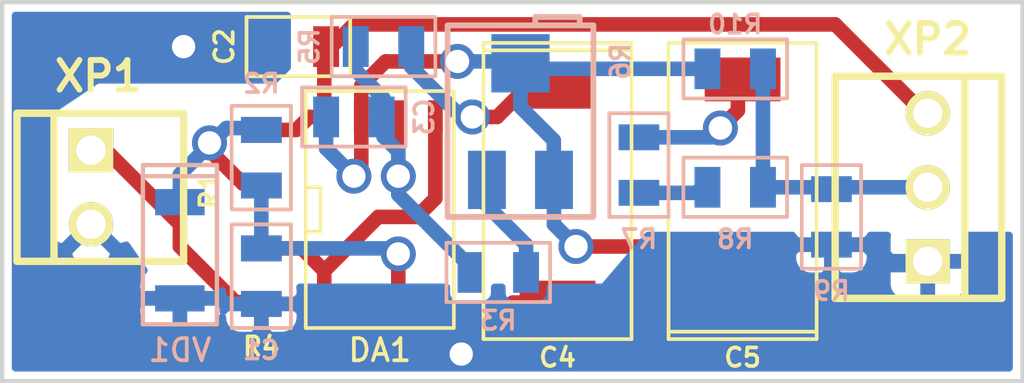
<source format=kicad_pcb>
(kicad_pcb (version 20171130) (host pcbnew 5.1.5-52549c5~84~ubuntu18.04.1)

  (general
    (thickness 1.6)
    (drawings 4)
    (tracks 105)
    (zones 0)
    (modules 19)
    (nets 14)
  )

  (page A3)
  (layers
    (0 F.Cu signal)
    (31 B.Cu signal)
    (32 B.Adhes user)
    (33 F.Adhes user)
    (34 B.Paste user)
    (35 F.Paste user)
    (36 B.SilkS user)
    (37 F.SilkS user)
    (38 B.Mask user)
    (39 F.Mask user)
    (40 Dwgs.User user)
    (41 Cmts.User user)
    (42 Eco1.User user)
    (43 Eco2.User user)
    (44 Edge.Cuts user)
  )

  (setup
    (last_trace_width 0.254)
    (user_trace_width 0.25)
    (user_trace_width 0.5)
    (trace_clearance 0.254)
    (zone_clearance 0.254)
    (zone_45_only no)
    (trace_min 0.254)
    (via_size 0.889)
    (via_drill 0.635)
    (via_min_size 0.889)
    (via_min_drill 0.508)
    (user_via 1.2 0.8)
    (uvia_size 0.508)
    (uvia_drill 0.127)
    (uvias_allowed no)
    (uvia_min_size 0.508)
    (uvia_min_drill 0.127)
    (edge_width 0.15)
    (segment_width 0.2)
    (pcb_text_width 0.3)
    (pcb_text_size 1.5 1.5)
    (mod_edge_width 0.15)
    (mod_text_size 1.5 1.5)
    (mod_text_width 0.15)
    (pad_size 1.524 1.524)
    (pad_drill 1)
    (pad_to_mask_clearance 0.2)
    (aux_axis_origin 0 0)
    (visible_elements 7FFFFFFF)
    (pcbplotparams
      (layerselection 0x010f0_ffffffff)
      (usegerberextensions true)
      (usegerberattributes false)
      (usegerberadvancedattributes false)
      (creategerberjobfile false)
      (excludeedgelayer true)
      (linewidth 0.150000)
      (plotframeref false)
      (viasonmask false)
      (mode 1)
      (useauxorigin false)
      (hpglpennumber 1)
      (hpglpenspeed 20)
      (hpglpendiameter 15.000000)
      (psnegative false)
      (psa4output false)
      (plotreference true)
      (plotvalue true)
      (plotinvisibletext false)
      (padsonsilk false)
      (subtractmaskfromsilk false)
      (outputformat 1)
      (mirror false)
      (drillshape 0)
      (scaleselection 1)
      (outputdirectory "../../../../Документы/GERBER_mc_amplifier/"))
  )

  (net 0 "")
  (net 1 /GND)
  (net 2 "Net-(C1-Pad1)")
  (net 3 /+9V)
  (net 4 "Net-(C3-Pad1)")
  (net 5 "Net-(C3-Pad2)")
  (net 6 "Net-(C4-Pad1)")
  (net 7 "Net-(C5-Pad2)")
  (net 8 "Net-(DA1-Pad1)")
  (net 9 "Net-(DA1-Pad2)")
  (net 10 "Net-(R1-Pad1)")
  (net 11 "Net-(R3-Pad2)")
  (net 12 "Net-(R7-Pad2)")
  (net 13 "Net-(R10-Pad2)")

  (net_class Default "This is the default net class."
    (clearance 0.254)
    (trace_width 0.254)
    (via_dia 0.889)
    (via_drill 0.635)
    (uvia_dia 0.508)
    (uvia_drill 0.127)
    (add_net /+9V)
    (add_net /GND)
    (add_net "Net-(C1-Pad1)")
    (add_net "Net-(C3-Pad1)")
    (add_net "Net-(C3-Pad2)")
    (add_net "Net-(C4-Pad1)")
    (add_net "Net-(C5-Pad2)")
    (add_net "Net-(DA1-Pad1)")
    (add_net "Net-(DA1-Pad2)")
    (add_net "Net-(R1-Pad1)")
    (add_net "Net-(R10-Pad2)")
    (add_net "Net-(R3-Pad2)")
    (add_net "Net-(R7-Pad2)")
  )

  (module IWsmd_case:BOURNS_3224J (layer B.Cu) (tedit 5DDBC852) (tstamp 5DDBE1A9)
    (at 189.23 122.936)
    (path /5DDBDEAB)
    (attr smd)
    (fp_text reference R6 (at 3.429 -4.064 90) (layer B.SilkS)
      (effects (font (size 0.635 0.635) (thickness 0.127)) (justify mirror))
    )
    (fp_text value "50 к" (at 0 3.048) (layer B.SilkS) hide
      (effects (font (size 0.635 0.635) (thickness 0.127)) (justify mirror))
    )
    (fp_line (start 0.508 -5.588) (end 2.032 -5.588) (layer B.SilkS) (width 0.2))
    (fp_line (start 0.508 -5.334) (end 0.508 -5.588) (layer B.SilkS) (width 0.2))
    (fp_line (start 2.032 -5.588) (end 2.032 -5.334) (layer B.SilkS) (width 0.2))
    (fp_line (start 2.5 -5.3) (end 2.5 1.27) (layer B.SilkS) (width 0.2))
    (fp_line (start -2.5 -5.3) (end 2.5 -5.3) (layer B.SilkS) (width 0.2))
    (fp_line (start -2.5 1.27) (end -2.5 -5.3) (layer B.SilkS) (width 0.2))
    (fp_line (start -2.5 1.27) (end 2.5 1.27) (layer B.SilkS) (width 0.2))
    (pad 1 smd rect (at -1.15 0) (size 1.3 2) (layers B.Cu B.Paste B.Mask)
      (net 11 "Net-(R3-Pad2)"))
    (pad 3 smd rect (at 1.15 0) (size 1.3 2) (layers B.Cu B.Paste B.Mask)
      (net 4 "Net-(C3-Pad1)"))
    (pad 2 smd rect (at 0 -4) (size 2 2) (layers B.Cu B.Paste B.Mask)
      (net 4 "Net-(C3-Pad1)"))
    (model smd/dpack_2.wrl
      (at (xyz 0 0 0))
      (scale (xyz 1 1 1))
      (rotate (xyz 0 0 0))
    )
  )

  (module IWsmd_case:SMD0805 (layer B.Cu) (tedit 4D1B3978) (tstamp 5DDBE957)
    (at 184.531 118.364)
    (path /53E882C6)
    (attr smd)
    (fp_text reference R5 (at -2.54 0 -90) (layer B.SilkS)
      (effects (font (size 0.635 0.635) (thickness 0.127)) (justify mirror))
    )
    (fp_text value "5.1 к 1%" (at 0.254 -1.524) (layer B.SilkS) hide
      (effects (font (size 0.635 0.635) (thickness 0.127)) (justify mirror))
    )
    (fp_line (start 1.778 -1.016) (end 1.778 1.016) (layer B.SilkS) (width 0.127))
    (fp_line (start -1.778 -1.016) (end 1.778 -1.016) (layer B.SilkS) (width 0.127))
    (fp_line (start -1.778 1.016) (end -1.778 -1.016) (layer B.SilkS) (width 0.127))
    (fp_line (start -1.778 1.016) (end 1.778 1.016) (layer B.SilkS) (width 0.127))
    (pad 1 smd rect (at -0.9525 0) (size 0.889 1.397) (layers B.Cu B.Paste B.Mask)
      (net 5 "Net-(C3-Pad2)"))
    (pad 2 smd rect (at 0.9525 0) (size 0.889 1.397) (layers B.Cu B.Paste B.Mask)
      (net 6 "Net-(C4-Pad1)"))
    (model smd/chip_cms.wrl
      (at (xyz 0 0 0))
      (scale (xyz 0.1 0.1 0.1))
      (rotate (xyz 0 0 0))
    )
  )

  (module IWsmd_case:SMD0805 (layer F.Cu) (tedit 4D1B3978) (tstamp 5DDBE6D2)
    (at 180.34 126.238 90)
    (path /53E8828B)
    (attr smd)
    (fp_text reference R4 (at -2.413 0 180) (layer F.SilkS)
      (effects (font (size 0.635 0.635) (thickness 0.127)))
    )
    (fp_text value "5.1 к" (at 0.254 1.524 90) (layer F.SilkS) hide
      (effects (font (size 0.635 0.635) (thickness 0.127)))
    )
    (fp_line (start -1.778 -1.016) (end 1.778 -1.016) (layer F.SilkS) (width 0.127))
    (fp_line (start -1.778 -1.016) (end -1.778 1.016) (layer F.SilkS) (width 0.127))
    (fp_line (start -1.778 1.016) (end 1.778 1.016) (layer F.SilkS) (width 0.127))
    (fp_line (start 1.778 1.016) (end 1.778 -1.016) (layer F.SilkS) (width 0.127))
    (pad 2 smd rect (at 0.9525 0 90) (size 0.889 1.397) (layers F.Cu F.Paste F.Mask)
      (net 8 "Net-(DA1-Pad1)"))
    (pad 1 smd rect (at -0.9525 0 90) (size 0.889 1.397) (layers F.Cu F.Paste F.Mask)
      (net 9 "Net-(DA1-Pad2)"))
    (model smd/chip_cms.wrl
      (at (xyz 0 0 0))
      (scale (xyz 0.1 0.1 0.1))
      (rotate (xyz 0 0 0))
    )
  )

  (module IWsmd_case:SMD0805 (layer B.Cu) (tedit 4D1B3978) (tstamp 5DDBE1F9)
    (at 180.34 122.174 270)
    (path /53E881E6)
    (attr smd)
    (fp_text reference R2 (at -2.54 0 180) (layer B.SilkS)
      (effects (font (size 0.635 0.635) (thickness 0.127)) (justify mirror))
    )
    (fp_text value "5.1 к" (at 0.254 -1.524 90) (layer B.SilkS) hide
      (effects (font (size 0.635 0.635) (thickness 0.127)) (justify mirror))
    )
    (fp_line (start -1.778 1.016) (end 1.778 1.016) (layer B.SilkS) (width 0.127))
    (fp_line (start -1.778 1.016) (end -1.778 -1.016) (layer B.SilkS) (width 0.127))
    (fp_line (start -1.778 -1.016) (end 1.778 -1.016) (layer B.SilkS) (width 0.127))
    (fp_line (start 1.778 -1.016) (end 1.778 1.016) (layer B.SilkS) (width 0.127))
    (pad 2 smd rect (at 0.9525 0 270) (size 0.889 1.397) (layers B.Cu B.Paste B.Mask)
      (net 2 "Net-(C1-Pad1)"))
    (pad 1 smd rect (at -0.9525 0 270) (size 0.889 1.397) (layers B.Cu B.Paste B.Mask)
      (net 10 "Net-(R1-Pad1)"))
    (model smd/chip_cms.wrl
      (at (xyz 0 0 0))
      (scale (xyz 0.1 0.1 0.1))
      (rotate (xyz 0 0 0))
    )
  )

  (module IWsmd_case:SMD0805 (layer F.Cu) (tedit 4D1B3978) (tstamp 5DDBE023)
    (at 180.34 122.174 90)
    (path /53E881A6)
    (attr smd)
    (fp_text reference R1 (at -1.143 -1.778 270) (layer F.SilkS)
      (effects (font (size 0.635 0.635) (thickness 0.127)))
    )
    (fp_text value "1 к" (at 0.254 1.524 90) (layer F.SilkS) hide
      (effects (font (size 0.635 0.635) (thickness 0.127)))
    )
    (fp_line (start -1.778 -1.016) (end 1.778 -1.016) (layer F.SilkS) (width 0.127))
    (fp_line (start -1.778 -1.016) (end -1.778 1.016) (layer F.SilkS) (width 0.127))
    (fp_line (start -1.778 1.016) (end 1.778 1.016) (layer F.SilkS) (width 0.127))
    (fp_line (start 1.778 1.016) (end 1.778 -1.016) (layer F.SilkS) (width 0.127))
    (pad 2 smd rect (at 0.9525 0 90) (size 0.889 1.397) (layers F.Cu F.Paste F.Mask)
      (net 3 /+9V))
    (pad 1 smd rect (at -0.9525 0 90) (size 0.889 1.397) (layers F.Cu F.Paste F.Mask)
      (net 10 "Net-(R1-Pad1)"))
    (model smd/chip_cms.wrl
      (at (xyz 0 0 0))
      (scale (xyz 0.1 0.1 0.1))
      (rotate (xyz 0 0 0))
    )
  )

  (module IWsmd_case:SMD0805 (layer B.Cu) (tedit 4D1B3978) (tstamp 5DDBE619)
    (at 180.34 126.238 270)
    (path /53E883FF)
    (attr smd)
    (fp_text reference C1 (at 2.54 0 180) (layer B.SilkS)
      (effects (font (size 0.635 0.635) (thickness 0.127)) (justify mirror))
    )
    (fp_text value "0.1 мк" (at 0.254 -1.524 90) (layer B.SilkS) hide
      (effects (font (size 0.635 0.635) (thickness 0.127)) (justify mirror))
    )
    (fp_line (start -1.778 1.016) (end 1.778 1.016) (layer B.SilkS) (width 0.127))
    (fp_line (start -1.778 1.016) (end -1.778 -1.016) (layer B.SilkS) (width 0.127))
    (fp_line (start -1.778 -1.016) (end 1.778 -1.016) (layer B.SilkS) (width 0.127))
    (fp_line (start 1.778 -1.016) (end 1.778 1.016) (layer B.SilkS) (width 0.127))
    (pad 2 smd rect (at 0.9525 0 270) (size 0.889 1.397) (layers B.Cu B.Paste B.Mask)
      (net 1 /GND))
    (pad 1 smd rect (at -0.9525 0 270) (size 0.889 1.397) (layers B.Cu B.Paste B.Mask)
      (net 2 "Net-(C1-Pad1)"))
    (model smd/chip_cms.wrl
      (at (xyz 0 0 0))
      (scale (xyz 0.1 0.1 0.1))
      (rotate (xyz 0 0 0))
    )
  )

  (module SMD0805 (layer F.Cu) (tedit 53C7947A) (tstamp 53C7889F)
    (at 181.61 118.364 180)
    (path /53E883D6)
    (attr smd)
    (fp_text reference C2 (at 2.54 0 270) (layer F.SilkS)
      (effects (font (size 0.635 0.635) (thickness 0.127)))
    )
    (fp_text value "0.1 мк" (at 0.254 1.524 180) (layer F.SilkS) hide
      (effects (font (size 0.635 0.635) (thickness 0.127)))
    )
    (fp_line (start 1.778 1.016) (end 1.778 -1.016) (layer F.SilkS) (width 0.127))
    (fp_line (start -1.778 1.016) (end 1.778 1.016) (layer F.SilkS) (width 0.127))
    (fp_line (start -1.778 -1.016) (end -1.778 1.016) (layer F.SilkS) (width 0.127))
    (fp_line (start -1.778 -1.016) (end 1.778 -1.016) (layer F.SilkS) (width 0.127))
    (pad 1 smd rect (at -0.9525 0 180) (size 0.889 1.397) (layers F.Cu F.Paste F.Mask)
      (net 3 /+9V))
    (pad 2 smd rect (at 0.9525 0 180) (size 0.889 1.397) (layers F.Cu F.Paste F.Mask)
      (net 1 /GND))
    (model smd/chip_cms.wrl
      (at (xyz 0 0 0))
      (scale (xyz 0.1 0.1 0.1))
      (rotate (xyz 0 0 0))
    )
  )

  (module SOIC8 (layer F.Cu) (tedit 53C78C08) (tstamp 5DDBDD81)
    (at 184.404 123.952)
    (descr "Module CMS SOJ 8 pins large")
    (tags "CMS SOJ")
    (path /53E8845F)
    (attr smd)
    (fp_text reference DA1 (at 0 4.826) (layer F.SilkS)
      (effects (font (size 0.762 0.762) (thickness 0.127)))
    )
    (fp_text value NE5532AD (at -3.429 0 90) (layer F.SilkS) hide
      (effects (font (size 1.016 1.016) (thickness 0.127)))
    )
    (fp_line (start -2.032 -0.762) (end -2.032 0.762) (layer F.SilkS) (width 0.127))
    (fp_line (start -2.54 4.064) (end -2.54 -4.064) (layer F.SilkS) (width 0.127))
    (fp_line (start 2.54 4.064) (end 2.54 -4.064) (layer F.SilkS) (width 0.127))
    (fp_line (start -2.54 -4.064) (end 2.54 -4.064) (layer F.SilkS) (width 0.127))
    (fp_line (start 2.54 4.064) (end -2.54 4.064) (layer F.SilkS) (width 0.127))
    (fp_line (start -2.54 -0.762) (end -2.032 -0.762) (layer F.SilkS) (width 0.127))
    (fp_line (start -2.032 0.762) (end -2.54 0.762) (layer F.SilkS) (width 0.127))
    (pad 8 smd rect (at -1.905 -3.175) (size 0.508 1.143) (layers F.Cu F.Paste F.Mask)
      (net 3 /+9V))
    (pad 7 smd rect (at -0.635 -3.175) (size 0.508 1.143) (layers F.Cu F.Paste F.Mask)
      (net 4 "Net-(C3-Pad1)"))
    (pad 6 smd rect (at 0.635 -3.175) (size 0.508 1.143) (layers F.Cu F.Paste F.Mask)
      (net 5 "Net-(C3-Pad2)"))
    (pad 5 smd rect (at 1.905 -3.175) (size 0.508 1.143) (layers F.Cu F.Paste F.Mask)
      (net 8 "Net-(DA1-Pad1)"))
    (pad 4 smd rect (at 1.905 3.175) (size 0.508 1.143) (layers F.Cu F.Paste F.Mask)
      (net 1 /GND))
    (pad 3 smd rect (at 0.635 3.175) (size 0.508 1.143) (layers F.Cu F.Paste F.Mask)
      (net 2 "Net-(C1-Pad1)"))
    (pad 2 smd rect (at -0.635 3.175) (size 0.508 1.143) (layers F.Cu F.Paste F.Mask)
      (net 9 "Net-(DA1-Pad2)"))
    (pad 1 smd rect (at -1.905 3.175) (size 0.508 1.143) (layers F.Cu F.Paste F.Mask)
      (net 8 "Net-(DA1-Pad1)"))
    (model smd/cms_so8.wrl
      (at (xyz 0 0 0))
      (scale (xyz 0.5 0.38 0.5))
      (rotate (xyz 0 0 0))
    )
  )

  (module IWsmd_case:SMD0805 (layer B.Cu) (tedit 4D1B3978) (tstamp 5DDBCE33)
    (at 199.898 124.206 270)
    (path /5DE0763D)
    (attr smd)
    (fp_text reference R9 (at 2.54 0 180) (layer B.SilkS)
      (effects (font (size 0.635 0.635) (thickness 0.127)) (justify mirror))
    )
    (fp_text value "10 к 1%" (at 0.254 -1.524 90) (layer B.SilkS) hide
      (effects (font (size 0.635 0.635) (thickness 0.127)) (justify mirror))
    )
    (fp_line (start -1.778 1.016) (end 1.778 1.016) (layer B.SilkS) (width 0.127))
    (fp_line (start -1.778 1.016) (end -1.778 -1.016) (layer B.SilkS) (width 0.127))
    (fp_line (start -1.778 -1.016) (end 1.778 -1.016) (layer B.SilkS) (width 0.127))
    (fp_line (start 1.778 -1.016) (end 1.778 1.016) (layer B.SilkS) (width 0.127))
    (pad 2 smd rect (at 0.9525 0 270) (size 0.889 1.397) (layers B.Cu B.Paste B.Mask)
      (net 1 /GND))
    (pad 1 smd rect (at -0.9525 0 270) (size 0.889 1.397) (layers B.Cu B.Paste B.Mask)
      (net 13 "Net-(R10-Pad2)"))
    (model smd/chip_cms.wrl
      (at (xyz 0 0 0))
      (scale (xyz 0.1 0.1 0.1))
      (rotate (xyz 0 0 0))
    )
  )

  (module IWsmd_case:SMD0805 (layer B.Cu) (tedit 4D1B3978) (tstamp 5DDBE343)
    (at 196.596 119.126)
    (path /5DE1C247)
    (attr smd)
    (fp_text reference R10 (at 0 -1.524 180) (layer B.SilkS)
      (effects (font (size 0.635 0.635) (thickness 0.127)) (justify mirror))
    )
    (fp_text value 0 (at 0.254 -1.524) (layer B.SilkS) hide
      (effects (font (size 0.635 0.635) (thickness 0.127)) (justify mirror))
    )
    (fp_line (start -1.778 1.016) (end 1.778 1.016) (layer B.SilkS) (width 0.127))
    (fp_line (start -1.778 1.016) (end -1.778 -1.016) (layer B.SilkS) (width 0.127))
    (fp_line (start -1.778 -1.016) (end 1.778 -1.016) (layer B.SilkS) (width 0.127))
    (fp_line (start 1.778 -1.016) (end 1.778 1.016) (layer B.SilkS) (width 0.127))
    (pad 2 smd rect (at 0.9525 0) (size 0.889 1.397) (layers B.Cu B.Paste B.Mask)
      (net 13 "Net-(R10-Pad2)"))
    (pad 1 smd rect (at -0.9525 0) (size 0.889 1.397) (layers B.Cu B.Paste B.Mask)
      (net 4 "Net-(C3-Pad1)"))
    (model smd/chip_cms.wrl
      (at (xyz 0 0 0))
      (scale (xyz 0.1 0.1 0.1))
      (rotate (xyz 0 0 0))
    )
  )

  (module IWsmd_case:SMD0805 (layer B.Cu) (tedit 4D1B3978) (tstamp 5DDBC79E)
    (at 196.596 123.19)
    (path /5DE0141A)
    (attr smd)
    (fp_text reference R8 (at 0 1.778) (layer B.SilkS)
      (effects (font (size 0.635 0.635) (thickness 0.127)) (justify mirror))
    )
    (fp_text value "10 к 1%" (at 0.254 -1.524) (layer B.SilkS) hide
      (effects (font (size 0.635 0.635) (thickness 0.127)) (justify mirror))
    )
    (fp_line (start -1.778 1.016) (end 1.778 1.016) (layer B.SilkS) (width 0.127))
    (fp_line (start -1.778 1.016) (end -1.778 -1.016) (layer B.SilkS) (width 0.127))
    (fp_line (start -1.778 -1.016) (end 1.778 -1.016) (layer B.SilkS) (width 0.127))
    (fp_line (start 1.778 -1.016) (end 1.778 1.016) (layer B.SilkS) (width 0.127))
    (pad 2 smd rect (at 0.9525 0) (size 0.889 1.397) (layers B.Cu B.Paste B.Mask)
      (net 13 "Net-(R10-Pad2)"))
    (pad 1 smd rect (at -0.9525 0) (size 0.889 1.397) (layers B.Cu B.Paste B.Mask)
      (net 12 "Net-(R7-Pad2)"))
    (model smd/chip_cms.wrl
      (at (xyz 0 0 0))
      (scale (xyz 0.1 0.1 0.1))
      (rotate (xyz 0 0 0))
    )
  )

  (module IWsmd_case:SMD0805 (layer B.Cu) (tedit 4D1B3978) (tstamp 5DDBC794)
    (at 193.294 122.428 270)
    (path /5DDFC765)
    (attr smd)
    (fp_text reference R7 (at 2.54 0 180) (layer B.SilkS)
      (effects (font (size 0.635 0.635) (thickness 0.127)) (justify mirror))
    )
    (fp_text value "10 к 1%" (at 0.254 -1.524 90) (layer B.SilkS) hide
      (effects (font (size 0.635 0.635) (thickness 0.127)) (justify mirror))
    )
    (fp_line (start -1.778 1.016) (end 1.778 1.016) (layer B.SilkS) (width 0.127))
    (fp_line (start -1.778 1.016) (end -1.778 -1.016) (layer B.SilkS) (width 0.127))
    (fp_line (start -1.778 -1.016) (end 1.778 -1.016) (layer B.SilkS) (width 0.127))
    (fp_line (start 1.778 -1.016) (end 1.778 1.016) (layer B.SilkS) (width 0.127))
    (pad 2 smd rect (at 0.9525 0 270) (size 0.889 1.397) (layers B.Cu B.Paste B.Mask)
      (net 12 "Net-(R7-Pad2)"))
    (pad 1 smd rect (at -0.9525 0 270) (size 0.889 1.397) (layers B.Cu B.Paste B.Mask)
      (net 7 "Net-(C5-Pad2)"))
    (model smd/chip_cms.wrl
      (at (xyz 0 0 0))
      (scale (xyz 0.1 0.1 0.1))
      (rotate (xyz 0 0 0))
    )
  )

  (module IWsmd_case:SMD0805 (layer B.Cu) (tedit 4D1B3978) (tstamp 5DDBE859)
    (at 188.468 126.111)
    (path /5DDCFBB7)
    (attr smd)
    (fp_text reference R3 (at 0 1.651 180) (layer B.SilkS)
      (effects (font (size 0.635 0.635) (thickness 0.127)) (justify mirror))
    )
    (fp_text value "51 к 1%" (at 0.254 -1.524) (layer B.SilkS) hide
      (effects (font (size 0.635 0.635) (thickness 0.127)) (justify mirror))
    )
    (fp_line (start -1.778 1.016) (end 1.778 1.016) (layer B.SilkS) (width 0.127))
    (fp_line (start -1.778 1.016) (end -1.778 -1.016) (layer B.SilkS) (width 0.127))
    (fp_line (start -1.778 -1.016) (end 1.778 -1.016) (layer B.SilkS) (width 0.127))
    (fp_line (start 1.778 -1.016) (end 1.778 1.016) (layer B.SilkS) (width 0.127))
    (pad 2 smd rect (at 0.9525 0) (size 0.889 1.397) (layers B.Cu B.Paste B.Mask)
      (net 11 "Net-(R3-Pad2)"))
    (pad 1 smd rect (at -0.9525 0) (size 0.889 1.397) (layers B.Cu B.Paste B.Mask)
      (net 5 "Net-(C3-Pad2)"))
    (model smd/chip_cms.wrl
      (at (xyz 0 0 0))
      (scale (xyz 0.1 0.1 0.1))
      (rotate (xyz 0 0 0))
    )
  )

  (module IWsmd_case:CASE_D (layer F.Cu) (tedit 4CEE8231) (tstamp 5DDBDAD4)
    (at 196.85 123.19 90)
    (path /5DDF39DE)
    (attr smd)
    (fp_text reference C5 (at -5.842 0) (layer F.SilkS)
      (effects (font (size 0.635 0.635) (thickness 0.127)))
    )
    (fp_text value "47 мк 25 В" (at 0.127 3.175 -90) (layer F.SilkS) hide
      (effects (font (size 0.635 0.635) (thickness 0.127)))
    )
    (fp_line (start 4.953 -2.54) (end 4.953 2.54) (layer F.SilkS) (width 0.127))
    (fp_line (start -4.953 2.54) (end -4.953 -2.54) (layer F.SilkS) (width 0.127))
    (fp_line (start 4.953 2.54) (end -4.953 2.54) (layer F.SilkS) (width 0.127))
    (fp_line (start -4.953 -2.54) (end 4.953 -2.54) (layer F.SilkS) (width 0.127))
    (fp_line (start -5.207 -2.54) (end -4.953 -2.54) (layer F.SilkS) (width 0.127))
    (fp_line (start -5.207 2.54) (end -5.207 -2.54) (layer F.SilkS) (width 0.127))
    (fp_line (start -4.953 2.54) (end -5.207 2.54) (layer F.SilkS) (width 0.127))
    (pad 2 smd rect (at 3.70078 0 90) (size 1.50114 2.60096) (layers F.Cu F.Paste F.Mask)
      (net 7 "Net-(C5-Pad2)"))
    (pad 1 smd rect (at -3.70078 0 90) (size 1.50114 2.60096) (layers F.Cu F.Paste F.Mask)
      (net 4 "Net-(C3-Pad1)"))
    (model smd/chip_cms.wrl
      (at (xyz 0 0 0))
      (scale (xyz 0.3 0.3 0.3))
      (rotate (xyz 0 0 0))
    )
  )

  (module IWsmd_case:CASE_D (layer F.Cu) (tedit 4CEE8231) (tstamp 5DDBE414)
    (at 190.5 123.444 270)
    (path /53E882E2)
    (attr smd)
    (fp_text reference C4 (at 5.588 0 180) (layer F.SilkS)
      (effects (font (size 0.635 0.635) (thickness 0.127)))
    )
    (fp_text value "47 мк 25 В" (at 0.127 3.175 90) (layer F.SilkS) hide
      (effects (font (size 0.635 0.635) (thickness 0.127)))
    )
    (fp_line (start 4.953 -2.54) (end 4.953 2.54) (layer F.SilkS) (width 0.127))
    (fp_line (start -4.953 2.54) (end -4.953 -2.54) (layer F.SilkS) (width 0.127))
    (fp_line (start 4.953 2.54) (end -4.953 2.54) (layer F.SilkS) (width 0.127))
    (fp_line (start -4.953 -2.54) (end 4.953 -2.54) (layer F.SilkS) (width 0.127))
    (fp_line (start -5.207 -2.54) (end -4.953 -2.54) (layer F.SilkS) (width 0.127))
    (fp_line (start -5.207 2.54) (end -5.207 -2.54) (layer F.SilkS) (width 0.127))
    (fp_line (start -4.953 2.54) (end -5.207 2.54) (layer F.SilkS) (width 0.127))
    (pad 2 smd rect (at 3.70078 0 270) (size 1.50114 2.60096) (layers F.Cu F.Paste F.Mask)
      (net 1 /GND))
    (pad 1 smd rect (at -3.70078 0 270) (size 1.50114 2.60096) (layers F.Cu F.Paste F.Mask)
      (net 6 "Net-(C4-Pad1)"))
    (model smd/chip_cms.wrl
      (at (xyz 0 0 0))
      (scale (xyz 0.3 0.3 0.3))
      (rotate (xyz 0 0 0))
    )
  )

  (module WF-3 (layer F.Cu) (tedit 53C7FFFC) (tstamp 53C7886D)
    (at 203.2 123.19 90)
    (descr "Double rangee de contacts 2 x 5 pins")
    (tags CONN)
    (path /53E88414)
    (fp_text reference XP2 (at 5.08 0 180) (layer F.SilkS)
      (effects (font (size 1.016 1.016) (thickness 0.2032)))
    )
    (fp_text value WF-3R (at 0 3.81 90) (layer F.SilkS) hide
      (effects (font (size 1.016 1.016) (thickness 0.2032)))
    )
    (fp_line (start -3.81 2.54) (end -3.81 -3.175) (layer F.SilkS) (width 0.254))
    (fp_line (start 3.81 2.54) (end 3.81 -3.175) (layer F.SilkS) (width 0.254))
    (fp_line (start -3.81 -3.175) (end 3.81 -3.175) (layer F.SilkS) (width 0.254))
    (fp_line (start -3.81 1.27) (end 3.81 1.27) (layer F.SilkS) (width 0.254))
    (fp_line (start 3.81 2.54) (end -3.81 2.54) (layer F.SilkS) (width 0.254))
    (pad 1 thru_hole rect (at -2.54 0 90) (size 1.524 1.524) (drill 1) (layers *.Cu *.Mask F.SilkS)
      (net 1 /GND))
    (pad 2 thru_hole circle (at 0 0 90) (size 1.524 1.524) (drill 1) (layers *.Cu *.Mask F.SilkS)
      (net 13 "Net-(R10-Pad2)"))
    (pad 3 thru_hole circle (at 2.54 0 90) (size 1.524 1.524) (drill 1) (layers *.Cu *.Mask F.SilkS)
      (net 3 /+9V))
  )

  (module WF-2 (layer F.Cu) (tedit 53C7FFEC) (tstamp 53C78878)
    (at 174.498 123.19 270)
    (descr "Double rangee de contacts 2 x 5 pins")
    (tags CONN)
    (path /53E88407)
    (fp_text reference XP1 (at -3.81 -0.254) (layer F.SilkS)
      (effects (font (size 1.016 1.016) (thickness 0.2032)))
    )
    (fp_text value WF-2R (at 0 3.81 270) (layer F.SilkS) hide
      (effects (font (size 1.016 1.016) (thickness 0.2032)))
    )
    (fp_line (start -2.54 2.54) (end 2.54 2.54) (layer F.SilkS) (width 0.254))
    (fp_line (start 2.54 1.27) (end -2.54 1.27) (layer F.SilkS) (width 0.254))
    (fp_line (start -2.54 -3.175) (end 2.54 -3.175) (layer F.SilkS) (width 0.254))
    (fp_line (start -2.54 2.54) (end -2.54 -3.175) (layer F.SilkS) (width 0.254))
    (fp_line (start 2.54 2.54) (end 2.54 -3.175) (layer F.SilkS) (width 0.254))
    (pad 1 thru_hole rect (at -1.27 0 270) (size 1.524 1.524) (drill 1) (layers *.Cu *.Mask F.SilkS)
      (net 9 "Net-(DA1-Pad2)"))
    (pad 2 thru_hole circle (at 1.27 0 270) (size 1.524 1.524) (drill 1) (layers *.Cu *.Mask F.SilkS)
      (net 1 /GND))
  )

  (module SMD0805 (layer B.Cu) (tedit 53C78BF6) (tstamp 5DDBE794)
    (at 183.515 120.777)
    (path /53E8834E)
    (attr smd)
    (fp_text reference C3 (at 2.413 0 270) (layer B.SilkS)
      (effects (font (size 0.635 0.635) (thickness 0.127)) (justify mirror))
    )
    (fp_text value "22 п" (at 0.254 -1.524) (layer B.SilkS) hide
      (effects (font (size 0.635 0.635) (thickness 0.127)) (justify mirror))
    )
    (fp_line (start 1.778 -1.016) (end 1.778 1.016) (layer B.SilkS) (width 0.127))
    (fp_line (start -1.778 -1.016) (end 1.778 -1.016) (layer B.SilkS) (width 0.127))
    (fp_line (start -1.778 1.016) (end -1.778 -1.016) (layer B.SilkS) (width 0.127))
    (fp_line (start -1.778 1.016) (end 1.778 1.016) (layer B.SilkS) (width 0.127))
    (pad 1 smd rect (at -0.9525 0) (size 0.889 1.397) (layers B.Cu B.Paste B.Mask)
      (net 4 "Net-(C3-Pad1)"))
    (pad 2 smd rect (at 0.9525 0) (size 0.889 1.397) (layers B.Cu B.Paste B.Mask)
      (net 5 "Net-(C3-Pad2)"))
    (model smd/chip_cms.wrl
      (at (xyz 0 0 0))
      (scale (xyz 0.1 0.1 0.1))
      (rotate (xyz 0 0 0))
    )
  )

  (module SOD80C (layer B.Cu) (tedit 53C7FE92) (tstamp 53C7FE88)
    (at 177.546 127 90)
    (tags SOT23_5)
    (path /53E88238)
    (fp_text reference VD1 (at -1.778 0 180) (layer B.SilkS)
      (effects (font (size 0.762 0.762) (thickness 0.127)) (justify mirror))
    )
    (fp_text value BZV55C3V3 (at 1.397 -1.778 90) (layer B.SilkS) hide
      (effects (font (size 0.762 0.50038) (thickness 0.0762)) (justify mirror))
    )
    (fp_line (start 4.191 -1.27) (end 4.572 -1.27) (layer B.SilkS) (width 0.15))
    (fp_line (start 4.572 -1.27) (end 4.572 1.27) (layer B.SilkS) (width 0.15))
    (fp_line (start 4.191 1.27) (end 4.572 1.27) (layer B.SilkS) (width 0.15))
    (fp_line (start -0.889 1.27) (end 4.191 1.27) (layer B.SilkS) (width 0.15))
    (fp_line (start 4.191 1.27) (end 4.191 -1.27) (layer B.SilkS) (width 0.15))
    (fp_line (start 4.191 -1.27) (end -0.889 -1.27) (layer B.SilkS) (width 0.15))
    (fp_line (start -0.889 -1.27) (end -0.889 1.27) (layer B.SilkS) (width 0.15))
    (pad 2 smd rect (at 3.3 0 90) (size 0.9 1.7) (layers B.Cu B.Paste B.Mask)
      (net 10 "Net-(R1-Pad1)"))
    (pad 1 smd rect (at 0 0 90) (size 0.9 1.7) (layers B.Cu B.Paste B.Mask)
      (net 1 /GND))
    (model smd/SOT23_6.wrl
      (at (xyz 0 0 0))
      (scale (xyz 0.11 0.11 0.11))
      (rotate (xyz 0 0 -180))
    )
  )

  (gr_line (start 206.45 116.84) (end 206.45 129.84) (angle 90) (layer Edge.Cuts) (width 0.15) (tstamp 53C789C4))
  (gr_line (start 171.45 129.84) (end 206.45 129.84) (angle 90) (layer Edge.Cuts) (width 0.15) (tstamp 53C789BA))
  (gr_line (start 171.45 116.84) (end 171.45 129.84) (angle 90) (layer Edge.Cuts) (width 0.15))
  (gr_line (start 171.45 116.84) (end 206.45 116.84) (angle 90) (layer Edge.Cuts) (width 0.15))

  (segment (start 201.0965 125.1585) (end 201.795 125.857) (width 0.5) (layer B.Cu) (net 1))
  (segment (start 199.898 125.1585) (end 201.0965 125.1585) (width 0.5) (layer B.Cu) (net 1))
  (segment (start 201.795 125.857) (end 203.2 125.857) (width 0.5) (layer B.Cu) (net 1))
  (via (at 177.673 118.364) (size 1.2) (drill 0.8) (layers F.Cu B.Cu) (net 1))
  (segment (start 180.6575 118.364) (end 177.673 118.364) (width 0.5) (layer F.Cu) (net 1))
  (via (at 187.198 128.911) (size 1.2) (drill 0.8) (layers F.Cu B.Cu) (net 1))
  (segment (start 190.5 127.14478) (end 188.96422 127.14478) (width 0.5) (layer F.Cu) (net 1))
  (segment (start 188.96422 127.14478) (end 187.198 128.911) (width 0.5) (layer F.Cu) (net 1))
  (segment (start 186.309 128.022) (end 187.198 128.911) (width 0.5) (layer F.Cu) (net 1))
  (segment (start 186.309 127.127) (end 186.309 128.022) (width 0.5) (layer F.Cu) (net 1))
  (via (at 185.039 125.476) (size 1.2) (drill 0.8) (layers F.Cu B.Cu) (net 2))
  (segment (start 185.039 127.127) (end 185.039 125.476) (width 0.5) (layer F.Cu) (net 2))
  (segment (start 180.34 125.2855) (end 180.34 124.206) (width 0.5) (layer B.Cu) (net 2))
  (segment (start 180.34 124.206) (end 180.34 123.19) (width 0.5) (layer B.Cu) (net 2))
  (segment (start 184.8485 125.2855) (end 185.039 125.476) (width 0.5) (layer B.Cu) (net 2))
  (segment (start 180.34 125.2855) (end 184.8485 125.2855) (width 0.5) (layer B.Cu) (net 2))
  (segment (start 182.499 120.777) (end 182.499 118.364) (width 0.5) (layer F.Cu) (net 3))
  (segment (start 181.5385 121.2215) (end 181.983 120.777) (width 0.5) (layer F.Cu) (net 3))
  (segment (start 180.34 121.2215) (end 181.5385 121.2215) (width 0.5) (layer F.Cu) (net 3))
  (segment (start 181.983 120.777) (end 182.372 120.777) (width 0.5) (layer F.Cu) (net 3))
  (segment (start 183.515 117.602) (end 182.753 118.364) (width 0.5) (layer F.Cu) (net 3))
  (segment (start 200.025 117.602) (end 183.515 117.602) (width 0.5) (layer F.Cu) (net 3))
  (segment (start 203.2 120.65) (end 203.073 120.65) (width 0.5) (layer F.Cu) (net 3))
  (segment (start 203.073 120.65) (end 200.025 117.602) (width 0.5) (layer F.Cu) (net 3))
  (segment (start 195.6435 119.126) (end 189.23 119.126) (width 0.5) (layer B.Cu) (net 4))
  (segment (start 189.23 120.436) (end 190.373 121.579) (width 0.5) (layer B.Cu) (net 4))
  (segment (start 189.23 118.936) (end 189.23 120.436) (width 0.5) (layer B.Cu) (net 4))
  (segment (start 190.373 121.579) (end 190.373 122.936) (width 0.5) (layer B.Cu) (net 4))
  (via (at 191.135 125.222) (size 1.2) (drill 0.8) (layers F.Cu B.Cu) (net 4))
  (segment (start 190.38 122.936) (end 190.38 124.467) (width 0.5) (layer B.Cu) (net 4))
  (segment (start 190.38 124.467) (end 191.135 125.222) (width 0.5) (layer B.Cu) (net 4))
  (segment (start 191.135 125.222) (end 195.199 125.222) (width 0.5) (layer F.Cu) (net 4))
  (segment (start 195.199 125.222) (end 196.977 127) (width 0.5) (layer F.Cu) (net 4))
  (via (at 187.071 118.872) (size 1.2) (drill 0.8) (layers F.Cu B.Cu) (net 4))
  (segment (start 184.6025 118.872) (end 187.071 118.872) (width 0.5) (layer F.Cu) (net 4))
  (segment (start 183.769 120.777) (end 183.769 119.7055) (width 0.5) (layer F.Cu) (net 4))
  (segment (start 183.769 119.7055) (end 184.6025 118.872) (width 0.5) (layer F.Cu) (net 4))
  (segment (start 187.071 118.872) (end 188.976 118.872) (width 0.5) (layer B.Cu) (net 4))
  (segment (start 188.976 118.872) (end 189.103 118.999) (width 0.5) (layer B.Cu) (net 4))
  (via (at 183.515 122.809) (size 1.2) (drill 0.8) (layers F.Cu B.Cu) (net 4))
  (segment (start 182.5625 120.777) (end 182.5625 121.8565) (width 0.5) (layer B.Cu) (net 4))
  (segment (start 182.5625 121.8565) (end 183.515 122.809) (width 0.5) (layer B.Cu) (net 4))
  (segment (start 183.515 122.809) (end 183.769 122.555) (width 0.5) (layer F.Cu) (net 4))
  (segment (start 183.769 122.555) (end 183.769 120.904) (width 0.5) (layer F.Cu) (net 4))
  (via (at 185.039 122.809) (size 1.2) (drill 0.8) (layers F.Cu B.Cu) (net 5))
  (segment (start 185.039 120.777) (end 185.039 122.809) (width 0.5) (layer F.Cu) (net 5))
  (segment (start 187.5155 126.111) (end 187.5155 125.9205) (width 0.5) (layer B.Cu) (net 5))
  (segment (start 187.5155 125.9205) (end 186.436 124.841) (width 0.5) (layer B.Cu) (net 5))
  (segment (start 186.436 124.841) (end 186.309 124.714) (width 0.5) (layer B.Cu) (net 5))
  (segment (start 184.531 120.138) (end 184.531 120.904) (width 0.5) (layer B.Cu) (net 5))
  (segment (start 183.5785 118.364) (end 183.5785 119.1855) (width 0.5) (layer B.Cu) (net 5))
  (segment (start 183.5785 119.1855) (end 184.531 120.138) (width 0.5) (layer B.Cu) (net 5))
  (segment (start 185.039 121.960472) (end 184.531 121.452472) (width 0.5) (layer B.Cu) (net 5))
  (segment (start 185.039 122.809) (end 185.039 121.960472) (width 0.5) (layer B.Cu) (net 5))
  (segment (start 184.531 121.452472) (end 184.531 120.777) (width 0.5) (layer B.Cu) (net 5))
  (segment (start 185.039 123.444) (end 185.039 122.809) (width 0.5) (layer B.Cu) (net 5))
  (segment (start 186.436 124.841) (end 185.039 123.444) (width 0.5) (layer B.Cu) (net 5))
  (via (at 187.579 120.777) (size 1.2) (drill 0.8) (layers F.Cu B.Cu) (net 6))
  (segment (start 188.427528 120.777) (end 189.443528 119.761) (width 0.5) (layer F.Cu) (net 6))
  (segment (start 187.579 120.777) (end 188.427528 120.777) (width 0.5) (layer F.Cu) (net 6))
  (segment (start 189.443528 119.761) (end 190.373 119.761) (width 0.5) (layer F.Cu) (net 6))
  (segment (start 187.198 120.777) (end 187.579 120.777) (width 0.5) (layer B.Cu) (net 6))
  (segment (start 185.4835 118.364) (end 185.4835 119.0625) (width 0.5) (layer B.Cu) (net 6))
  (segment (start 185.4835 119.0625) (end 187.198 120.777) (width 0.5) (layer B.Cu) (net 6))
  (segment (start 193.294 121.4755) (end 195.7705 121.4755) (width 0.5) (layer B.Cu) (net 7))
  (via (at 196.088 121.158) (size 1.2) (drill 0.8) (layers F.Cu B.Cu) (net 7))
  (segment (start 195.7705 121.4755) (end 196.088 121.158) (width 0.5) (layer B.Cu) (net 7))
  (segment (start 196.687999 120.558001) (end 196.687999 119.542001) (width 0.5) (layer F.Cu) (net 7))
  (segment (start 196.088 121.158) (end 196.687999 120.558001) (width 0.5) (layer F.Cu) (net 7))
  (segment (start 182.499 126.0555) (end 184.3485 124.206) (width 0.5) (layer F.Cu) (net 8))
  (segment (start 182.499 127.127) (end 182.499 126.0555) (width 0.5) (layer F.Cu) (net 8))
  (segment (start 184.3485 124.206) (end 185.674 124.206) (width 0.5) (layer F.Cu) (net 8))
  (segment (start 185.674 124.206) (end 186.309 123.571) (width 0.5) (layer F.Cu) (net 8))
  (segment (start 186.309 123.571) (end 186.309 120.777) (width 0.5) (layer F.Cu) (net 8))
  (segment (start 181.729 125.2855) (end 182.499 126.0555) (width 0.5) (layer F.Cu) (net 8))
  (segment (start 180.34 125.2855) (end 181.729 125.2855) (width 0.5) (layer F.Cu) (net 8))
  (segment (start 183.134 128.651) (end 183.769 128.016) (width 0.5) (layer F.Cu) (net 9))
  (segment (start 180.856 128.651) (end 183.134 128.651) (width 0.5) (layer F.Cu) (net 9))
  (segment (start 180.34 127.1905) (end 180.34 128.135) (width 0.5) (layer F.Cu) (net 9))
  (segment (start 183.769 128.016) (end 183.769 127.127) (width 0.5) (layer F.Cu) (net 9))
  (segment (start 180.34 128.135) (end 180.856 128.651) (width 0.5) (layer F.Cu) (net 9))
  (segment (start 179.451 127.127) (end 180.34 127.127) (width 0.5) (layer F.Cu) (net 9))
  (segment (start 177.546 125.222) (end 179.451 127.127) (width 0.5) (layer F.Cu) (net 9))
  (segment (start 177.546 124.46) (end 177.546 125.222) (width 0.5) (layer F.Cu) (net 9))
  (segment (start 174.498 121.92) (end 175.006 121.92) (width 0.5) (layer F.Cu) (net 9))
  (segment (start 175.006 121.92) (end 177.546 124.46) (width 0.5) (layer F.Cu) (net 9))
  (segment (start 177.546 123.7) (end 177.546 122.75) (width 0.5) (layer B.Cu) (net 10))
  (segment (start 179.138 121.158) (end 180.467 121.158) (width 0.5) (layer B.Cu) (net 10))
  (via (at 178.562 121.666) (size 1.2) (drill 0.8) (layers F.Cu B.Cu) (net 10))
  (segment (start 178.5325 121.6955) (end 178.562 121.666) (width 0.5) (layer B.Cu) (net 10))
  (segment (start 178.5325 121.7635) (end 178.5325 121.6955) (width 0.5) (layer B.Cu) (net 10))
  (segment (start 178.5325 121.7635) (end 179.138 121.158) (width 0.5) (layer B.Cu) (net 10))
  (segment (start 177.546 122.75) (end 178.5325 121.7635) (width 0.5) (layer B.Cu) (net 10))
  (segment (start 179.705 123.063) (end 180.34 123.063) (width 0.5) (layer F.Cu) (net 10))
  (segment (start 178.562 121.666) (end 178.562 121.92) (width 0.5) (layer F.Cu) (net 10))
  (segment (start 178.562 121.92) (end 179.705 123.063) (width 0.5) (layer F.Cu) (net 10))
  (segment (start 188.087 123.825) (end 188.087 123.063) (width 0.5) (layer B.Cu) (net 11))
  (segment (start 189.4205 126.111) (end 189.4205 125.1585) (width 0.5) (layer B.Cu) (net 11))
  (segment (start 189.4205 125.1585) (end 188.087 123.825) (width 0.5) (layer B.Cu) (net 11))
  (segment (start 193.294 123.3805) (end 195.2625 123.3805) (width 0.5) (layer B.Cu) (net 12))
  (segment (start 195.2625 123.3805) (end 195.453 123.19) (width 0.5) (layer B.Cu) (net 12))
  (segment (start 195.453 123.19) (end 195.58 123.19) (width 0.5) (layer B.Cu) (net 12))
  (segment (start 203.2 123.19) (end 199.898 123.19) (width 0.5) (layer B.Cu) (net 13))
  (segment (start 199.898 123.19) (end 197.612 123.19) (width 0.5) (layer B.Cu) (net 13))
  (segment (start 197.5485 123.19) (end 197.5485 119.1895) (width 0.5) (layer B.Cu) (net 13))

  (zone (net 1) (net_name /GND) (layer B.Cu) (tstamp 5DDBE82E) (hatch edge 0.508)
    (connect_pads (clearance 0.254))
    (min_thickness 0.254)
    (fill yes (arc_segments 16) (thermal_gap 0.508) (thermal_bridge_width 0.508))
    (polygon
      (pts
        (xy 173.228 120.65) (xy 173.228 123.952) (xy 175.006 123.952) (xy 176.784 126.492) (xy 192.024 126.492)
        (xy 193.548 124.714) (xy 206.502 124.714) (xy 206.502 129.794) (xy 171.45 129.794) (xy 171.45 116.84)
        (xy 181.356 116.84) (xy 181.356 119.126) (xy 180.848 119.634) (xy 174.752 119.634)
      )
    )
    (filled_polygon
      (pts
        (xy 181.229 119.073394) (xy 180.795394 119.507) (xy 174.752 119.507) (xy 174.727224 119.50944) (xy 174.703399 119.516667)
        (xy 174.681553 119.52833) (xy 173.157553 120.54433) (xy 173.138291 120.560104) (xy 173.122477 120.579332) (xy 173.110718 120.601276)
        (xy 173.103466 120.625093) (xy 173.101 120.65) (xy 173.101 123.952) (xy 173.10344 123.976776) (xy 173.110667 124.000601)
        (xy 173.122403 124.022557) (xy 173.138197 124.041803) (xy 173.157443 124.057597) (xy 173.158362 124.058088) (xy 173.108977 124.257135)
        (xy 173.09609 124.532017) (xy 173.137078 124.804133) (xy 173.230364 125.063023) (xy 173.292344 125.17898) (xy 173.532435 125.24596)
        (xy 174.318395 124.46) (xy 174.304253 124.445858) (xy 174.483858 124.266253) (xy 174.498 124.280395) (xy 174.512143 124.266253)
        (xy 174.691748 124.445858) (xy 174.677605 124.46) (xy 175.463565 125.24596) (xy 175.703656 125.17898) (xy 175.70615 125.173676)
        (xy 176.314002 126.042035) (xy 176.244815 126.098815) (xy 176.165463 126.195506) (xy 176.106498 126.30582) (xy 176.070188 126.425518)
        (xy 176.057928 126.55) (xy 176.061 126.71425) (xy 176.21975 126.873) (xy 177.419 126.873) (xy 177.419 126.853)
        (xy 177.673 126.853) (xy 177.673 126.873) (xy 178.87225 126.873) (xy 179.003884 126.741366) (xy 179.003428 126.746)
        (xy 179.0065 126.90475) (xy 179.16525 127.0635) (xy 180.213 127.0635) (xy 180.213 127.0435) (xy 180.467 127.0435)
        (xy 180.467 127.0635) (xy 181.51475 127.0635) (xy 181.6735 126.90475) (xy 181.676572 126.746) (xy 181.664312 126.621518)
        (xy 181.663548 126.619) (xy 186.688157 126.619) (xy 186.688157 126.8095) (xy 186.695513 126.884189) (xy 186.717299 126.956008)
        (xy 186.752678 127.022196) (xy 186.800289 127.080211) (xy 186.858304 127.127822) (xy 186.924492 127.163201) (xy 186.996311 127.184987)
        (xy 187.071 127.192343) (xy 187.96 127.192343) (xy 188.034689 127.184987) (xy 188.106508 127.163201) (xy 188.172696 127.127822)
        (xy 188.230711 127.080211) (xy 188.278322 127.022196) (xy 188.313701 126.956008) (xy 188.335487 126.884189) (xy 188.342843 126.8095)
        (xy 188.342843 126.619) (xy 188.593157 126.619) (xy 188.593157 126.8095) (xy 188.600513 126.884189) (xy 188.622299 126.956008)
        (xy 188.657678 127.022196) (xy 188.705289 127.080211) (xy 188.763304 127.127822) (xy 188.829492 127.163201) (xy 188.901311 127.184987)
        (xy 188.976 127.192343) (xy 189.865 127.192343) (xy 189.939689 127.184987) (xy 190.011508 127.163201) (xy 190.077696 127.127822)
        (xy 190.135711 127.080211) (xy 190.183322 127.022196) (xy 190.218701 126.956008) (xy 190.240487 126.884189) (xy 190.247843 126.8095)
        (xy 190.247843 126.619) (xy 192.024 126.619) (xy 192.048776 126.61656) (xy 192.072601 126.609333) (xy 192.094557 126.597597)
        (xy 192.120426 126.574651) (xy 192.191269 126.492) (xy 201.799928 126.492) (xy 201.812188 126.616482) (xy 201.848498 126.73618)
        (xy 201.907463 126.846494) (xy 201.986815 126.943185) (xy 202.083506 127.022537) (xy 202.19382 127.081502) (xy 202.313518 127.117812)
        (xy 202.438 127.130072) (xy 202.91425 127.127) (xy 203.073 126.96825) (xy 203.073 125.857) (xy 203.327 125.857)
        (xy 203.327 126.96825) (xy 203.48575 127.127) (xy 203.962 127.130072) (xy 204.086482 127.117812) (xy 204.20618 127.081502)
        (xy 204.316494 127.022537) (xy 204.413185 126.943185) (xy 204.492537 126.846494) (xy 204.551502 126.73618) (xy 204.587812 126.616482)
        (xy 204.600072 126.492) (xy 204.597 126.01575) (xy 204.43825 125.857) (xy 203.327 125.857) (xy 203.073 125.857)
        (xy 201.96175 125.857) (xy 201.803 126.01575) (xy 201.799928 126.492) (xy 192.191269 126.492) (xy 192.953269 125.603)
        (xy 198.561428 125.603) (xy 198.573688 125.727482) (xy 198.609998 125.84718) (xy 198.668963 125.957494) (xy 198.748315 126.054185)
        (xy 198.845006 126.133537) (xy 198.95532 126.192502) (xy 199.075018 126.228812) (xy 199.1995 126.241072) (xy 199.61225 126.238)
        (xy 199.771 126.07925) (xy 199.771 125.2855) (xy 200.025 125.2855) (xy 200.025 126.07925) (xy 200.18375 126.238)
        (xy 200.5965 126.241072) (xy 200.720982 126.228812) (xy 200.84068 126.192502) (xy 200.950994 126.133537) (xy 201.047685 126.054185)
        (xy 201.127037 125.957494) (xy 201.186002 125.84718) (xy 201.222312 125.727482) (xy 201.234572 125.603) (xy 201.2315 125.44425)
        (xy 201.07275 125.2855) (xy 200.025 125.2855) (xy 199.771 125.2855) (xy 198.72325 125.2855) (xy 198.5645 125.44425)
        (xy 198.561428 125.603) (xy 192.953269 125.603) (xy 193.606413 124.841) (xy 198.563886 124.841) (xy 198.5645 124.87275)
        (xy 198.72325 125.0315) (xy 199.771 125.0315) (xy 199.771 125.0115) (xy 200.025 125.0115) (xy 200.025 125.0315)
        (xy 201.07275 125.0315) (xy 201.2315 124.87275) (xy 201.232114 124.841) (xy 201.812952 124.841) (xy 201.812188 124.843518)
        (xy 201.799928 124.968) (xy 201.803 125.44425) (xy 201.96175 125.603) (xy 203.073 125.603) (xy 203.073 125.583)
        (xy 203.327 125.583) (xy 203.327 125.603) (xy 204.43825 125.603) (xy 204.597 125.44425) (xy 204.600072 124.968)
        (xy 204.587812 124.843518) (xy 204.587048 124.841) (xy 205.994001 124.841) (xy 205.994001 129.384) (xy 171.906 129.384)
        (xy 171.906 127.45) (xy 176.057928 127.45) (xy 176.070188 127.574482) (xy 176.106498 127.69418) (xy 176.165463 127.804494)
        (xy 176.244815 127.901185) (xy 176.341506 127.980537) (xy 176.45182 128.039502) (xy 176.571518 128.075812) (xy 176.696 128.088072)
        (xy 177.26025 128.085) (xy 177.419 127.92625) (xy 177.419 127.127) (xy 177.673 127.127) (xy 177.673 127.92625)
        (xy 177.83175 128.085) (xy 178.396 128.088072) (xy 178.520482 128.075812) (xy 178.64018 128.039502) (xy 178.750494 127.980537)
        (xy 178.847185 127.901185) (xy 178.926537 127.804494) (xy 178.985502 127.69418) (xy 179.003434 127.635065) (xy 179.015688 127.759482)
        (xy 179.051998 127.87918) (xy 179.110963 127.989494) (xy 179.190315 128.086185) (xy 179.287006 128.165537) (xy 179.39732 128.224502)
        (xy 179.517018 128.260812) (xy 179.6415 128.273072) (xy 180.05425 128.27) (xy 180.213 128.11125) (xy 180.213 127.3175)
        (xy 180.467 127.3175) (xy 180.467 128.11125) (xy 180.62575 128.27) (xy 181.0385 128.273072) (xy 181.162982 128.260812)
        (xy 181.28268 128.224502) (xy 181.392994 128.165537) (xy 181.489685 128.086185) (xy 181.569037 127.989494) (xy 181.628002 127.87918)
        (xy 181.664312 127.759482) (xy 181.676572 127.635) (xy 181.6735 127.47625) (xy 181.51475 127.3175) (xy 180.467 127.3175)
        (xy 180.213 127.3175) (xy 179.16525 127.3175) (xy 179.034048 127.448702) (xy 179.031 127.28575) (xy 178.87225 127.127)
        (xy 177.673 127.127) (xy 177.419 127.127) (xy 176.21975 127.127) (xy 176.061 127.28575) (xy 176.057928 127.45)
        (xy 171.906 127.45) (xy 171.906 125.425565) (xy 173.71204 125.425565) (xy 173.77902 125.665656) (xy 174.028048 125.782756)
        (xy 174.295135 125.849023) (xy 174.570017 125.86191) (xy 174.842133 125.820922) (xy 175.101023 125.727636) (xy 175.21698 125.665656)
        (xy 175.28396 125.425565) (xy 174.498 124.639605) (xy 173.71204 125.425565) (xy 171.906 125.425565) (xy 171.906 117.296)
        (xy 181.229 117.296)
      )
    )
  )
)

</source>
